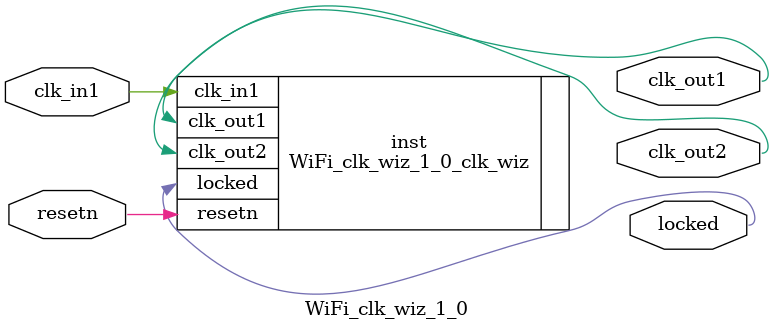
<source format=v>


`timescale 1ps/1ps

(* CORE_GENERATION_INFO = "WiFi_clk_wiz_1_0,clk_wiz_v5_3_2_0,{component_name=WiFi_clk_wiz_1_0,use_phase_alignment=true,use_min_o_jitter=false,use_max_i_jitter=false,use_dyn_phase_shift=false,use_inclk_switchover=false,use_dyn_reconfig=false,enable_axi=0,feedback_source=FDBK_AUTO,PRIMITIVE=MMCM,num_out_clk=2,clkin1_period=10.0,clkin2_period=10.0,use_power_down=false,use_reset=true,use_locked=true,use_inclk_stopped=false,feedback_type=SINGLE,CLOCK_MGR_TYPE=NA,manual_override=false}" *)

module WiFi_clk_wiz_1_0 
 (
  // Clock out ports
  output        clk_out1,
  output        clk_out2,
  // Status and control signals
  input         resetn,
  output        locked,
 // Clock in ports
  input         clk_in1
 );

  WiFi_clk_wiz_1_0_clk_wiz inst
  (
  // Clock out ports  
  .clk_out1(clk_out1),
  .clk_out2(clk_out2),
  // Status and control signals               
  .resetn(resetn), 
  .locked(locked),
 // Clock in ports
  .clk_in1(clk_in1)
  );

endmodule

</source>
